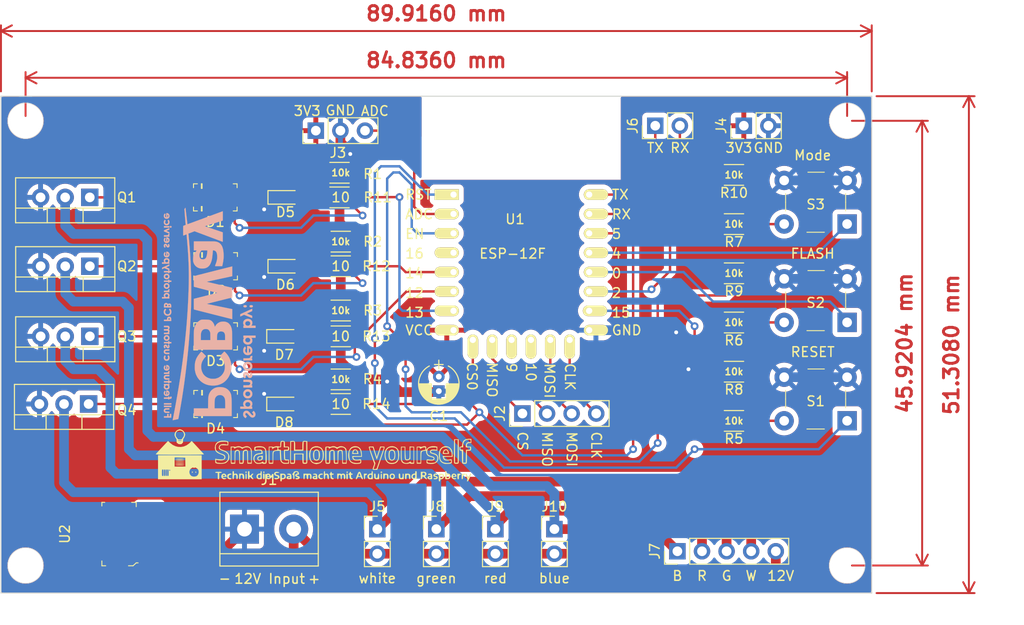
<source format=kicad_pcb>
(kicad_pcb (version 20240108) (generator "pcbnew") (generator_version "8.0")
  (title_block (title "12V Stripe Controller mini") (company "SmartHome yourself"))
  (layers (0 "F.Cu" signal) (31 "B.Cu" signal) (34 "B.Paste" user) (35 "F.Paste" user) (36 "B.SilkS" user "B.Silkscreen") (37 "F.SilkS" user "F.Silkscreen") (38 "B.Mask" user) (39 "F.Mask" user) (44 "Edge.Cuts" user))
  (net 0 "")
  (net 1 "Net-(D1-K)")
  (net 2 "RED")
  (net 3 "Net-(D2-K)")
  (net 4 "GREEN")
  (net 5 "BLUE")
  (net 6 "Net-(D3-K)")
  (net 7 "12V")
  (net 8 "Net-(D4-K)")
  (net 9 "GND")
  (net 10 "A0")
  (net 11 "WHITE")
  (net 12 "3V3")
  (net 13 "Net-(D5-A)")
  (net 14 "Net-(D6-A)")
  (net 15 "Net-(D7-A)")
  (net 16 "Net-(D8-A)")
  (net 20 "SCLK")
  (net 21 "MOSI")
  (net 22 "MISO")
  (net 23 "CS")
  (net 24 "RX")
  (net 25 "TX")
  (net 26 "Net-(R5-Pad1)")
  (net 27 "Net-(R6-Pad1)")
  (net 28 "Net-(R7-Pad1)")
  (net 29 "GPIO15")
  (net 30 "EN")
  (net 31 "GPIO2")
  (net 32 "RST")
  (net 33 "FLASH-BTN")
  (net 34 "MODE-BTN")
  (net 35 "WHITE_OUT")
  (net 36 "BLUE_OUT")
  (net 37 "RED_OUT")
  (net 38 "GREEN_OUT")
  (footprint "Source_Footprints:DO-214AC" (layer "F.Cu") (at 118.779666 91.472507)
    (property "Reference" "D1")
    (property "Value" "1N4007")
  )
  (footprint "Source_Footprints:DO-214AC" (layer "F.Cu") (at 118.811666 98.584507)
    (property "Reference" "D2")
    (property "Value" "1N4007")
  )
  (footprint "Source_Footprints:DO-214AC" (layer "F.Cu") (at 118.811666 105.823507)
    (property "Reference" "D3")
    (property "Value" "1N4007")
  )
  (footprint "Source_Footprints:DO-214AC" (layer "F.Cu") (at 118.811666 112.808507)
    (property "Reference" "D4")
    (property "Value" "1N4007")
  )
  (footprint "LEDs:LED_0805" (layer "F.Cu") (at 126.018666 91.472507)
    (property "Reference" "D5")
    (property "Value" "LED")
  )
  (footprint "LEDs:LED_0805" (layer "F.Cu") (at 126.018666 98.584507)
    (property "Reference" "D6")
    (property "Value" "LED")
  )
  (footprint "LEDs:LED_0805" (layer "F.Cu") (at 125.891666 105.823507)
    (property "Reference" "D7")
    (property "Value" "LED")
  )
  (footprint "LEDs:LED_0805" (layer "F.Cu") (at 125.891666 112.808507)
    (property "Reference" "D8")
    (property "Value" "LED")
  )
  (footprint "Connectors_Terminal_Blocks:TerminalBlock_bornier-2_P5.08mm" (layer "F.Cu") (at 121.793 125.73)
    (property "Reference" "J1")
    (property "Value" "12V Input")
  )
  (footprint "Pin_Headers:Pin_Header_Straight_1x04_Pitch2.54mm" (layer "F.Cu") (at 150.495 113.792 90)
    (property "Reference" "J2")
    (property "Value" "SPI")
  )
  (footprint "Pin_Headers:Pin_Header_Straight_1x03_Pitch2.54mm" (layer "F.Cu") (at 129.159 84.582 90)
    (property "Reference" "J3")
    (property "Value" "640456-3")
  )
  (footprint "TO_SOT_Packages_THT:TO-220-3_Vertical" (layer "F.Cu") (at 105.816998 91.472507 180)
    (property "Reference" "Q1")
    (property "Value" "IRLZ34N-Blue")
  )
  (footprint "TO_SOT_Packages_THT:TO-220-3_Vertical" (layer "F.Cu") (at 105.825666 98.584507 180)
    (property "Reference" "Q2")
    (property "Value" "IRLZ34N-Red")
  )
  (footprint "TO_SOT_Packages_THT:TO-220-3_Vertical" (layer "F.Cu") (at 105.825666 105.823507 180)
    (property "Reference" "Q3")
    (property "Value" "IRLZ34N-Green")
  )
  (footprint "TO_SOT_Packages_THT:TO-220-3_Vertical" (layer "F.Cu") (at 105.698666 112.808507 180)
    (property "Reference" "Q4")
    (property "Value" "IRLZ34N-White")
  )
  (footprint "Resistors_SMD:R_1206" (layer "F.Cu") (at 131.606666 88.932507)
    (property "Reference" "R1")
    (property "Value" "10k")
  )
  (footprint "Resistors_SMD:R_1206" (layer "F.Cu") (at 131.733666 96.044507)
    (property "Reference" "R2")
    (property "Value" "10k")
  )
  (footprint "Resistors_SMD:R_1206" (layer "F.Cu") (at 131.733666 103.156507)
    (property "Reference" "R3")
    (property "Value" "10k")
  )
  (footprint "Resistors_SMD:R_1206" (layer "F.Cu") (at 131.733666 110.268507)
    (property "Reference" "R4")
    (property "Value" "10k")
  )
  (footprint "Resistors_SMD:R_1206" (layer "F.Cu") (at 172.339 114.554 180)
    (property "Reference" "R5")
    (property "Value" "10K")
  )
  (footprint "Resistors_SMD:R_1206" (layer "F.Cu") (at 172.339 104.394 180)
    (property "Reference" "R6")
    (property "Value" "10K")
  )
  (footprint "Resistors_SMD:R_1206" (layer "F.Cu") (at 172.339 94.234 180)
    (property "Reference" "R7")
    (property "Value" "10K")
  )
  (footprint "Resistors_SMD:R_1206" (layer "F.Cu") (at 172.339 109.474 180)
    (property "Reference" "R8")
    (property "Value" "10K")
  )
  (footprint "Resistors_SMD:R_1206" (layer "F.Cu") (at 172.339 99.314 180)
    (property "Reference" "R9")
    (property "Value" "10K")
  )
  (footprint "Resistors_SMD:R_1206" (layer "F.Cu") (at 172.339 89.154 180)
    (property "Reference" "R10")
    (property "Value" "10K")
  )
  (footprint "Resistors_SMD:R_1206" (layer "F.Cu") (at 131.606666 91.472507)
    (property "Reference" "R11")
    (property "Value" "10")
  )
  (footprint "Resistors_SMD:R_1206" (layer "F.Cu") (at 131.733666 98.584507)
    (property "Reference" "R12")
    (property "Value" "10")
  )
  (footprint "Resistors_SMD:R_1206" (layer "F.Cu") (at 131.733666 105.823507)
    (property "Reference" "R13")
    (property "Value" "10")
  )
  (footprint "Resistors_SMD:R_1206" (layer "F.Cu") (at 131.733666 112.808507)
    (property "Reference" "R14")
    (property "Value" "10")
  )
  (footprint "digikey-footprints:Switch_Tactile_THT_B3F-1xxx" (layer "F.Cu") (at 184.023 114.554 180)
    (property "Reference" "S1")
    (property "Value" "B3F-1000")
  )
  (footprint "digikey-footprints:Switch_Tactile_THT_B3F-1xxx" (layer "F.Cu") (at 184.023 104.394 180)
    (property "Reference" "S2")
    (property "Value" "B3F-1000")
  )
  (footprint "digikey-footprints:Switch_Tactile_THT_B3F-1xxx" (layer "F.Cu") (at 184.023 94.234 180)
    (property "Reference" "S3")
    (property "Value" "B3F-1000")
  )
  (footprint "ESP8266:ESP-12E" (layer "F.Cu") (at 143.383 91.186)
    (property "Reference" "U1")
    (property "Value" "ESP-12F" (hide yes))
  )
  (footprint "Source_Footprints:SOT-223" (layer "F.Cu") (at 108.839 126.238 90)
    (property "Reference" "U2")
    (property "Value" "NCP1117 ST33T3G")
  )
  (footprint "Capacitors_THT:CP_Radial_D4.0mm_P1.50mm" (layer "F.Cu") (at 141.859 109.982 -90)
    (property "Reference" "C1")
    (property "Value" "100nF")
  )
  (footprint "Pin_Headers:Pin_Header_Straight_1x02_Pitch2.54mm" (layer "F.Cu") (at 135.509 125.73)
    (property "Reference" "J5")
    (property "Value" "white")
  )
  (footprint "Pin_Headers:Pin_Header_Straight_1x02_Pitch2.54mm" (layer "F.Cu") (at 141.605 125.73)
    (property "Reference" "J8")
    (property "Value" "green")
  )
  (footprint "Pin_Headers:Pin_Header_Straight_1x02_Pitch2.54mm" (layer "F.Cu") (at 147.701 125.73)
    (property "Reference" "J9")
    (property "Value" "red")
  )
  (footprint "Pin_Headers:Pin_Header_Straight_1x02_Pitch2.54mm" (layer "F.Cu") (at 153.797 125.73)
    (property "Reference" "J10")
    (property "Value" "blue")
  )
  (footprint "Pin_Headers:Pin_Header_Straight_1x02_Pitch2.54mm" (layer "F.Cu") (at 164.211 84.074 90)
    (property "Reference" "J6")
    (property "Value" "RX/TX")
  )
  (footprint "Pin_Headers:Pin_Header_Straight_1x05_Pitch2.54mm" (layer "F.Cu") (at 166.497 128.016 90)
    (property "Reference" "J7")
    (property "Value" "B5B-XH-A_LF__SN_")
  )
  (footprint "Pin_Headers:Pin_Header_Straight_1x02_Pitch2.54mm" (layer "F.Cu") (at 173.355 84.074 90)
    (property "Reference" "J4")
    (property "Value" "3V3 Out")
  )
  (footprint "SHYS_Logos:SHYS-Logo_small" (layer "F.Cu") (at 128.905 118.11)
    (property "Reference" "G***" (hide yes))
    (property "Value" "LOGO" (hide yes))
  )
  (footprint "SHYS_Logos:sponsoredByPcbWay_22x10" (layer "B.Cu") (at 118.11 103.505 90)
    (property "Reference" "G***" (hide yes))
    (property "Value" "LOGO" (hide yes))
  )
  (gr_circle (center 99.187 83.566) (end 100.203 85.09) (stroke (width 0.05)) (fill none) (layer "Edge.Cuts"))
  (gr_circle (center 99.187 129.48638) (end 100.203 131.01038) (stroke (width 0.05)) (fill none) (layer "Edge.Cuts"))
  (gr_circle (center 184.023 129.48638) (end 185.039 131.01038) (stroke (width 0.05)) (fill none) (layer "Edge.Cuts"))
  (gr_line (start 186.563 132.334) (end 96.647 132.334) (stroke (width 0.1)) (layer "Edge.Cuts"))
  (gr_circle (center 184.023 83.566) (end 185.039 85.09) (stroke (width 0.05)) (fill none) (layer "Edge.Cuts"))
  (gr_line (start 96.647 81.026) (end 186.563 81.026) (stroke (width 0.1)) (layer "Edge.Cuts"))
  (gr_line (start 186.563 81.026) (end 186.563 132.334) (stroke (width 0.1)) (layer "Edge.Cuts"))
  (gr_line (start 96.647 132.334) (end 96.647 81.026) (stroke (width 0.1)) (layer "Edge.Cuts"))
  (gr_text "10" (at 131.733666 112.808507 0) (layer "F.SilkS") (effects (font (size 1 1))))
  (gr_text "10" (at 131.733666 98.584507 0) (layer "F.SilkS") (effects (font (size 1 1))))
  (gr_text "10k" (at 131.733666 96.044507 0) (layer "F.SilkS") (effects (font (size 0.7 0.7))))
  (gr_text "10" (at 131.733666 91.472507 0) (layer "F.SilkS") (effects (font (size 1 1))))
  (gr_text "10k" (at 131.733666 88.932507 0) (layer "F.SilkS") (effects (font (size 0.7 0.7))))
  (gr_text "10k" (at 131.733666 103.156507 0) (layer "F.SilkS") (effects (font (size 0.7 0.7))))
  (gr_text "10k" (at 172.339 89.154 0) (layer "F.SilkS") (effects (font (size 0.7 0.7))))
  (gr_text "10k" (at 172.339 94.234 0) (layer "F.SilkS") (effects (font (size 0.7 0.7))))
  (gr_text "10k" (at 172.339 99.314 0) (layer "F.SilkS") (effects (font (size 0.7 0.7))))
  (gr_text "10k" (at 172.339 104.394 0) (layer "F.SilkS") (effects (font (size 0.7 0.7))))
  (gr_text "10k" (at 172.339 109.474 0) (layer "F.SilkS") (effects (font (size 0.7 0.7))))
  (gr_text "10k" (at 172.339 114.554 0) (layer "F.SilkS") (effects (font (size 0.7 0.7))))
  (gr_text "MISO" (at 153.035 115.57 270) (layer "F.SilkS") (effects (font (size 1 1)) (justify left)))
  (gr_text "MOSI" (at 155.575 115.57 270) (layer "F.SilkS") (effects (font (size 1 1)) (justify left)))
  (gr_text "CLK" (at 158.115 115.57 270) (layer "F.SilkS") (effects (font (size 1 1)) (justify left)))
  (gr_text "B" (at 166.497 130.556 0) (layer "F.SilkS") (effects (font (size 1 1))))
  (gr_text "G" (at 171.577 130.556 0) (layer "F.SilkS") (effects (font (size 1 1))))
  (gr_text "TX" (at 164.211 86.36 0) (layer "F.SilkS") (effects (font (size 1 1))))
  (gr_text "W" (at 174.117 130.556 0) (layer "F.SilkS") (effects (font (size 1 1))))
  (gr_text "12V" (at 177.165 130.556 0) (layer "F.SilkS") (effects (font (size 1 1))))
  (gr_text "GND" (at 175.895 86.36 0) (layer "F.SilkS") (effects (font (size 1 1))))
  (gr_text "R" (at 169.037 130.556 0) (layer "F.SilkS") (effects (font (size 1 1))))
  (gr_text "RX" (at 166.751 86.36 0) (layer "F.SilkS") (effects (font (size 1 1))))
  (gr_text "3V3" (at 172.847 86.36 0) (layer "F.SilkS") (effects (font (size 1 1))))
  (gr_text "white" (at 135.509 130.81 0) (layer "F.SilkS") (effects (font (size 1 1))))
  (gr_text "3V3" (at 128.27 82.55 0) (layer "F.SilkS") (effects (font (size 1 1))))
  (gr_text "red" (at 147.701 130.81 0) (layer "F.SilkS") (effects (font (size 1 1))))
  (gr_text "RESET" (at 180.467 107.442 0) (layer "F.SilkS") (effects (font (size 1 1))))
  (gr_text "blue" (at 153.797 130.81 0) (layer "F.SilkS") (effects (font (size 1 1))))
  (gr_text "GND" (at 131.699348 82.489291 0) (layer "F.SilkS") (effects (font (size 1 1))))
  (gr_text "FLASH" (at 180.467 97.282 0) (layer "F.SilkS") (effects (font (size 1 1))))
  (gr_text "green" (at 141.605 130.81 0) (layer "F.SilkS") (effects (font (size 1 1))))
  (gr_text "12V Input" (at 120.65 131.445 0) (layer "F.SilkS") (effects (font (size 1 1)) (justify left bottom)))
  (gr_text "-" (at 119.037379 131.405225 0) (layer "F.SilkS") (effects (font (size 1 1)) (justify left bottom)))
  (gr_text "ADC" (at 135.255 82.55 0) (layer "F.SilkS") (effects (font (size 1 1))))
  (gr_text "CS" (at 150.495 115.57 270) (layer "F.SilkS") (effects (font (size 1 1)) (justify left)))
  (gr_text "Mode" (at 180.467 87.122 0) (layer "F.SilkS") (effects (font (size 1 1))))
  (gr_text "10" (at 131.733666 105.823507 0) (layer "F.SilkS") (effects (font (size 1 1))))
  (gr_text "ESP-12F" (at 149.479 97.282 0) (layer "F.SilkS") (effects (font (size 1 1))))
  (gr_text "+" (at 128.27 131.445 0) (layer "F.SilkS") (effects (font (size 1 1)) (justify left bottom)))
  (gr_text "10k" (at 131.733666 110.268507 0) (layer "F.SilkS") (effects (font (size 0.7 0.7))))
  (dimension (type aligned) (layer "F.Cu") (pts (xy 99.187 83.566) (xy 184.023 83.566)) (height -4.445) (gr_text "84,8360 mm" (at 141.605 77.321 0) (layer "F.Cu") (effects (font (size 1.5 1.5) (thickness 0.3)))) (format (prefix "") (suffix "") (units 3) (units_format 1) (precision 4)) (style (thickness 0.2) (arrow_length 1.27) (text_position_mode 0) (extension_height 0.58642) (extension_offset 0.5) keep_text_aligned))
  (dimension (type aligned) (layer "F.Cu") (pts (xy 184.023 129.48638) (xy 184.023 83.566)) (height 7.747) (gr_text "45,9204 mm" (at 189.97 106.52619 90) (layer "F.Cu") (effects (font (size 1.5 1.5) (thickness 0.3)))) (format (prefix "") (suffix "") (units 3) (units_format 1) (precision 4)) (style (thickness 0.2) (arrow_length 1.27) (text_position_mode 0) (extension_height 0.58642) (extension_offset 0.5) keep_text_aligned))
  (dimension (type aligned) (layer "F.Cu") (pts (xy 96.647 81.026) (xy 186.563 81.026)) (height -6.731) (gr_text "89,9160 mm" (at 141.605 72.495 0) (layer "F.Cu") (effects (font (size 1.5 1.5) (thickness 0.3)))) (format (prefix "") (suffix "") (units 3) (units_format 1) (precision 4)) (style (thickness 0.2) (arrow_length 1.27) (text_position_mode 0) (extension_height 0.58642) (extension_offset 0.5) keep_text_aligned))
  (dimension (type aligned) (layer "F.Cu") (pts (xy 186.563 81.026) (xy 186.563 132.334)) (height -10.033) (gr_text "51,3080 mm" (at 194.796 106.68 90) (layer "F.Cu") (effects (font (size 1.5 1.5) (thickness 0.3)))) (format (prefix "") (suffix "") (units 3) (units_format 1) (precision 4)) (style (thickness 0.2) (arrow_length 1.27) (text_position_mode 0) (extension_height 0.58642) (extension_offset 0.5) keep_text_aligned))
  (segment (start 116.779666 90.372507) (end 116.779666 91.472507) (width 0.25) (layer "F.Cu") (net 1))
  (segment (start 105.816998 91.472507) (end 106.966998 91.472507) (width 0.25) (layer "F.Cu") (net 1))
  (segment (start 106.966998 91.472507) (end 116.779666 91.472507) (width 0.25) (layer "F.Cu") (net 1))
  (segment (start 118.219666 88.932507) (end 116.779666 90.372507) (width 0.25) (layer "F.Cu") (net 1))
  (segment (start 130.156666 88.932507) (end 118.219666 88.932507) (width 0.25) (layer "F.Cu") (net 1))
  (segment (start 137.827507 98.584507) (end 133.183666 98.584507) (width 0.25) (layer "F.Cu") (net 2))
  (segment (start 133.183666 98.584507) (end 133.183666 99.528666) (width 0.25) (layer "F.Cu") (net 2))
  (segment (start 143.383 99.186) (end 138.429 99.186) (width 0.25) (layer "F.Cu") (net 2))
  (segment (start 120.811666 98.584507) (end 120.811666 101.126666) (width 0.25) (layer "F.Cu") (net 2))
  (segment (start 138.429 99.186) (end 137.827507 98.584507) (width 0.25) (layer "F.Cu") (net 2))
  (segment (start 120.811666 101.126666) (end 121.285 101.6) (width 0.25) (layer "F.Cu") (net 2))
  (segment (start 133.183666 99.528666) (end 133.985 100.33) (width 0.25) (layer "F.Cu") (net 2))
  (via (at 133.985 100.33) (size 0.8) (drill 0.4) (layers "F.Cu" "B.Cu") (net 2))
  (via (at 121.285 101.6) (size 0.8) (drill 0.4) (layers "F.Cu" "B.Cu") (net 2))
  (segment (start 127.635 101.6) (end 128.905 100.33) (width 0.25) (layer "B.Cu") (net 2))
  (segment (start 121.285 101.6) (end 127.635 101.6) (width 0.25) (layer "B.Cu") (net 2))
  (segment (start 128.905 100.33) (end 133.985 100.33) (width 0.25) (layer "B.Cu") (net 2))
  (segment (start 129.583666 96.044507) (end 130.283666 96.044507) (width 0.25) (layer "F.Cu") (net 3))
  (segment (start 106.975666 98.584507) (end 116.811666 98.584507) (width 0.25) (layer "F.Cu") (net 3))
  (segment (start 116.811666 98.584507) (end 116.811666 97.484507) (width 0.25) (layer "F.Cu") (net 3))
  (segment (start 118.251666 96.044507) (end 129.583666 96.044507) (width 0.25) (layer "F.Cu") (net 3))
  (segment (start 116.811666 97.484507) (end 118.251666 96.044507) (width 0.25) (layer "F.Cu") (net 3))
  (segment (start 105.825666 98.584507) (end 106.975666 98.584507) (width 0.25) (layer "F.Cu") (net 3))
  (segment (start 133.183666 105.823507) (end 133.183666 107.783666) (width 0.25) (layer "F.Cu") (net 4))
  (segment (start 133.883666 105.823507) (end 138.521173 101.186) (width 0.25) (layer "F.Cu") (net 4))
  (segment (start 133.183666 105.823507) (end 133.883666 105.823507) (width 0.25) (layer "F.Cu") (net 4))
  (segment (start 138.521173 101.186) (end 143.383 101.186) (width 0.25) (layer "F.Cu") (net 4))
  (segment (start 120.811666 108.746666) (end 121.285 109.22) (width 0.25) (layer "F.Cu") (net 4))
  (segment (start 133.183666 107.783666) (end 133.35 107.95) (width 0.25) (layer "F.Cu") (net 4))
  (segment (start 120.811666 105.823507) (end 120.811666 108.746666) (width 0.25) (layer "F.Cu") (net 4))
  (via (at 121.285 109.22) (size 0.8) (drill 0.4) (layers "F.Cu" "B.Cu") (net 4))
  (via (at 133.35 107.95) (size 0.8) (drill 0.4) (layers "F.Cu" "B.Cu") (net 4))
  (segment (start 127.635 109.22) (end 128.905 107.95) (width 0.25) (layer "B.Cu") (net 4))
  (segment (start 128.905 107.95) (end 133.35 107.95) (width 0.25) (layer "B.Cu") (net 4))
  (segment (start 121.285 109.22) (end 127.635 109.22) (width 0.25) (layer "B.Cu") (net 4))
  (segment (start 120.779666 91.472507) (end 120.779666 94.109666) (width 0.25) (layer "F.Cu") (net 5))
  (segment (start 133.056666 91.472507) (end 137.795 91.44) (width 0.25) (layer "F.Cu") (net 5))
  (segment (start 137.795 91.44) (end 137.762493 91.472507) (width 0.25) (layer "F.Cu") (net 5))
  (segment (start 133.056666 91.472507) (end 133.056666 92.416666) (width 0.25) (layer "F.Cu") (net 5))
  (segment (start 120.779666 94.109666) (end 121.285 94.615) (width 0.25) (layer "F.Cu") (net 5))
  (segment (start 133.056666 92.416666) (end 133.985 93.345) (width 0.25) (layer "F.Cu") (net 5))
  (via (at 133.985 93.345) (size 0.8) (drill 0.4) (layers "F.Cu" "B.Cu") (net 5))
  (via (at 137.795 91.44) (size 0.8) (drill 0.4) (layers "F.Cu" "B.Cu") (net 5))
  (via (at 121.285 94.615) (size 0.8) (drill 0.4) (layers "F.Cu" "B.Cu") (net 5))
  (segment (start 128.905 93.345) (end 133.985 93.345) (width 0.25) (layer "B.Cu") (net 5))
  (segment (start 137.795 102.87) (end 137.795 91.44) (width 0.25) (layer "B.Cu") (net 5))
  (segment (start 138.111 103.186) (end 137.795 102.87) (width 0.25) (layer "B.Cu") (net 5))
  (segment (start 143.383 103.186) (end 138.111 103.186) (width 0.25) (layer "B.Cu") (net 5))
  (segment (start 127.635 94.615) (end 128.905 93.345) (width 0.25) (layer "B.Cu") (net 5))
  (segment (start 121.285 94.615) (end 127.635 94.615) (width 0.25) (layer "B.Cu") (net 5))
  (segment (start 116.811666 104.723507) (end 118.378666 103.156507) (width 0.25) (layer "F.Cu") (net 6))
  (segment (start 105.825666 105.823507) (end 106.975666 105.823507) (width 0.25) (layer "F.Cu") (net 6))
  (segment (start 118.378666 103.156507) (end 129.583666 103.156507) (width 0.25) (layer "F.Cu") (net 6))
  (segment (start 106.975666 105.823507) (end 116.811666 105.823507) (width 0.25) (layer "F.Cu") (net 6))
  (segment (start 116.811666 105.823507) (end 116.811666 104.723507) (width 0.25) (layer "F.Cu") (net 6))
  (segment (start 129.583666 103.156507) (end 130.283666 103.156507) (width 0.25) (layer "F.Cu") (net 6))
  (segment (start 147.701 128.27) (end 153.797 128.27) (width 1) (layer "F.Cu") (net 7))
  (segment (start 126.873 130.302) (end 126.365 130.81) (width 1) (layer "F.Cu") (net 7))
  (segment (start 176.657 130.048) (end 176.657 128.016) (width 1) (layer "F.Cu") (net 7))
  (segment (start 109.855 130.81) (end 108.585 129.54) (width 1) (layer "F.Cu") (net 7))
  (segment (start 157.48 128.27) (end 160.02 130.81) (width 1) (layer "F.Cu") (net 7))
  (segment (start 175.895 130.81) (end 176.657 130.048) (width 1) (layer "F.Cu") (net 7))
  (segment (start 109.107 123.938) (end 111.989 123.938) (width 1) (layer "F.Cu") (net 7))
  (segment (start 160.02 130.81) (end 175.895 130.81) (width 1) (layer "F.Cu") (net 7))
  (segment (start 126.873 125.73) (end 126.873 130.302) (width 1) (layer "F.Cu") (net 7))
  (segment (start 126.873 125.73) (end 129.413 128.27) (width 1) (layer "F.Cu") (net 7))
  (segment (start 153.797 128.27) (end 157.48 128.27) (width 1) (layer "F.Cu") (net 7))
  (segment (start 108.585 129.54) (end 108.585 124.46) (width 1) (layer "F.Cu") (net 7))
  (segment (start 108.585 124.46) (end 109.107 123.938) (width 1) (layer "F.Cu") (net 7))
  (segment (start 135.509 128.27) (end 141.605 128.27) (width 1) (layer "F.Cu") (net 7))
  (segment (start 126.365 130.81) (end 109.855 130.81) (width 1) (layer "F.Cu") (net 7))
  (segment (start 141.605 128.27) (end 147.701 128.27) (width 1) (layer "F.Cu") (net 7))
  (segment (start 129.413 128.27) (end 135.509 128.27) (width 1) (layer "F.Cu") (net 7))
  (segment (start 105.698666 112.808507) (end 116.811666 112.808507) (width 0.25) (layer "F.Cu") (net 8))
  (segment (start 116.811666 111.708507) (end 116.811666 112.808507) (width 0.25) (layer "F.Cu") (net 8))
  (segment (start 130.283666 110.268507) (end 118.251666 110.268507) (width 0.25) (layer "F.Cu") (net 8))
  (segment (start 118.251666 110.268507) (end 116.811666 111.708507) (width 0.25) (layer "F.Cu") (net 8))
  (segment (start 124.918666 98.601334) (end 123.825 99.695) (width 1) (layer "F.Cu") (net 9))
  (segment (start 132.909919 86.995) (end 132.969 87.054081) (width 1) (layer "F.Cu") (net 9))
  (segment (start 133.056666 88.932507) (end 132.174493 88.932507) (width 1) (layer "F.Cu") (net 9))
  (segment (start 131.699 84.582) (end 131.699 85.784081) (width 1) (layer "F.Cu") (net 9))
  (segment (start 124.791666 106.348334) (end 123.825 107.315) (width 1) (layer "F.Cu") (net 9))
  (segment (start 124.791666 105.823507) (end 124.791666 106.348334) (width 1) (layer "F.Cu") (net 9))
  (segment (start 133.183666 95.644507) (end 133.183666 96.044507) (width 1) (layer "F.Cu") (net 9))
  (segment (start 131.733666 96.739334) (end 131.733666 102.139509) (width 1) (layer "F.Cu") (net 9))
  (segment (start 133.183666 96.044507) (end 132.428493 96.044507) (width 1) (layer "F.Cu") (net 9))
  (segment (start 124.791666 112.808507) (end 124.791666 112.726666) (width 1) (layer "F.Cu") (net 9))
  (segment (start 133.183666 109.868507) (end 133.183666 110.268507) (width 1) (layer "F.Cu") (net 9))
  (segment (start 118.985 128.538) (end 121.793 125.73) (width 1) (layer "F.Cu") (net 9))
  (segment (start 124.918666 98.584507) (end 124.918666 98.601334) (width 1) (layer "F.Cu") (net 9))
  (segment (start 131.606666 89.500334) (end 131.606666 94.067507) (width 1) (layer "F.Cu") (net 9))
  (segment (start 167.64 109.22) (end 170.635 109.22) (width 1) (layer "F.Cu") (net 9))
  (segment (start 124.918666 91.616334) (end 123.825 92.71) (width 1) (layer "F.Cu") (net 9))
  (segment (start 133.183666 103.156507) (end 132.750664 103.156507) (width 1) (layer "F.Cu") (net 9))
  (segment (start 133.056666 87.082507) (end 133.056666 88.932507) (width 1) (layer "F.Cu") (net 9))
  (segment (start 133.02824 87.054081) (end 133.056666 87.082507) (width 1) (layer "F.Cu") (net 9))
  (segment (start 132.715 86.800081) (end 132.715 86.995) (width 1) (layer "F.Cu") (net 9))
  (segment (start 131.733666 104.173506) (end 131.733666 108.418507) (width 1) (layer "F.Cu") (net 9))
  (segment (start 111.989 128.538) (end 118.985 128.538) (width 1) (layer "F.Cu") (net 9))
  (segment (start 131.606666 94.067507) (end 133.183666 95.644507) (width 1) (layer "F.Cu") (net 9))
  (segment (start 131.699 85.784081) (end 132.715 86.800081) (width 1) (layer "F.Cu") (net 9))
  (segment (start 132.428493 96.044507) (end 131.733666 96.739334) (width 1) (layer "F.Cu") (net 9))
  (segment (start 132.750664 103.156507) (end 131.733666 104.173506) (width 1) (layer "F.Cu") (net 9))
  (segment (start 132.969 87.054081) (end 133.02824 87.054081) (width 1) (layer "F.Cu") (net 9))
  (segment (start 133.183666 110.268507) (end 136.557507 110.268507) (width 1) (layer "F.Cu") (net 9))
  (segment (start 132.715 86.995) (end 132.909919 86.995) (width 1) (layer "F.Cu") (net 9))
  (segment (start 124.918666 91.472507) (end 124.918666 91.616334) (width 1) (layer "F.Cu") (net 9))
  (segment (start 136.525 110.49) (end 136.779 110.49) (width 1) (layer "F.Cu") (net 9))
  (segment (start 132.174493 88.932507) (end 131.606666 89.500334) (width 1) (layer "F.Cu") (net 9))
  (segment (start 136.525 110.236) (end 136.525 110.49) (width 1) (layer "F.Cu") (net 9))
  (segment (start 137.871001 111.582001) (end 141.859 111.582001) (width 1) (layer "F.Cu") (net 9))
  (segment (start 136.557507 110.268507) (end 136.525 110.236) (width 1) (layer "F.Cu") (net 9))
  (segment (start 136.779 110.49) (end 137.871001 111.582001) (width 1) (layer "F.Cu") (net 9))
  (segment (start 131.733666 108.418507) (end 133.183666 109.868507) (width 1) (layer "F.Cu") (net 9))
  (segment (start 170.635 109.22) (end 170.889 109.474) (width 1) (layer "F.Cu") (net 9))
  (segment (start 131.733666 102.139509) (end 132.750664 103.156507) (width 1) (layer "F.Cu") (net 9))
  (segment (start 124.791666 112.726666) (end 123.825 111.76) (width 1) (layer "F.Cu") (net 9))
  (via (at 123.825 99.695) (size 0.8) (drill 0.4) (layers "F.Cu" "B.Cu") (net 9))
  (via (at 123.825 92.71) (size 0.8) (drill 0.4) (layers "F.Cu" "B.Cu") (net 9))
  (via (at 167.64 109.22) (size 0.8) (drill 0.4) (layers "F.Cu" "B.Cu") (net 9))
  (via (at 136.525 110.49) (size 0.8) (drill 0.4) (layers "F.Cu" "B.Cu") (net 9))
  (via (at 166.37 105.41) (size 0.8) (drill 0.4) (layers "F.Cu" "B.Cu") (net 9))
  (via (at 123.825 107.315) (size 0.8) (drill 0.4) (layers "F.Cu" "B.Cu") (net 9))
  (via (at 132.715 86.995) (size 0.8) (drill 0.4) (layers "F.Cu" "B.Cu") (net 9))
  (via (at 123.825 111.76) (size 0.8) (drill 0.4) (layers "F.Cu" "B.Cu") (net 9))
  (segment (start 177.5218 99.8834) (end 184.0218 99.8834) (width 1) (layer "B.Cu") (net 9))
  (segment (start 166.146 105.186) (end 166.37 105.41) (width 1) (layer "B.Cu") (net 9))
  (segment (start 177.5218 89.7234) (end 184.0218 89.7234) (width 1) (layer "B.Cu") (net 9))
  (segment (start 184.0218 110.0434) (end 177.5218 110.0434) (width 1) (layer "B.Cu") (net 9))
  (segment (start 167.005 108.585) (end 167.64 109.22) (width 1) (layer "B.Cu") (net 9))
  (segment (start 157.383 105.186) (end 166.146 105.186) (width 1) (layer "B.Cu") (net 9))
  (segment (start 167.005 106.045) (end 167.005 108.585) (width 1) (layer "B.Cu") (net 9))
  (segment (start 166.37 105.41) (end 167.005 106.045) (width 1) (layer "B.Cu") (net 9))
  (segment (start 139.319 85.598) (end 138.303 84.582) (width 0.25) (layer "F.Cu") (net 10))
  (segment (start 138.303 84.582) (end 134.239 84.582) (width 0.25) (layer "F.Cu") (net 10))
  (segment (start 143.383 93.186) (end 140.049 93.186) (width 0.25) (layer "F.Cu") (net 10))
  (segment (start 139.319 92.456) (end 139.319 85.598) (width 0.25) (layer "F.Cu") (net 10))
  (segment (start 140.049 93.186) (end 139.319 92.456) (width 0.25) (layer "F.Cu") (net 10))
  (segment (start 120.811666 114.461666) (end 121.285 114.935) (width 0.25) (layer "F.Cu") (net 11))
  (segment (start 120.811666 112.808507) (end 120.811666 114.461666) (width 0.25) (layer "F.Cu") (net 11))
  (segment (start 145.193507 112.808507) (end 146.05 113.665) (width 0.25) (layer "F.Cu") (net 11))
  (segment (start 161.925 95.885) (end 161.925 117.475) (width 0.25) (layer "F.Cu") (net 11))
  (segment (start 157.383 95.186) (end 161.226 95.186) (width 0.25) (layer "F.Cu") (net 11))
  (segment (start 161.226 95.186) (end 161.925 95.885) (width 0.25) (layer "F.Cu") (net 11))
  (segment (start 121.285 114.935) (end 144.78 114.935) (width 0.25) (layer "F.Cu") (net 11))
  (segment (start 144.78 114.935) (end 146.05 113.665) (width 0.25) (layer "F.Cu") (net 11))
  (segment (start 133.183666 112.808507) (end 145.193507 112.808507) (width 0.25) (layer "F.Cu") (net 11))
  (via (at 146.05 113.665) (size 0.8) (drill 0.4) (layers "F.Cu" "B.Cu") (net 11))
  (via (at 161.925 117.475) (size 0.8) (drill 0.4) (layers "F.Cu" "B.Cu") (net 11))
  (segment (start 150.495 118.11) (end 161.29 118.11) (width 0.25) (layer "B.Cu") (net 11))
  (segment (start 161.29 118.11) (end 161.925 117.475) (width 0.25) (layer "B.Cu") (net 11))
  (segment (start 146.05 113.665) (end 150.495 118.11) (width 0.25) (layer "B.Cu") (net 11))
  (segment (start 127.968666 91.472507) (end 130.156666 91.472507) (width 0.25) (layer "F.Cu") (net 13))
  (segment (start 127.118666 91.472507) (end 127.968666 91.472507) (width 0.25) (layer "F.Cu") (net 13))
  (segment (start 127.118666 98.584507) (end 130.283666 98.584507) (width 0.25) (layer "F.Cu") (net 14))
  (segment (start 130.283666 105.823507) (end 126.991666 105.823507) (width 0.25) (layer "F.Cu") (net 15))
  (segment (start 126.991666 112.808507) (end 130.283666 112.808507) (width 0.25) (layer "F.Cu") (net 16))
  (segment (start 155.373 106.186) (end 155.373 111.05) (width 0.25) (layer "F.Cu") (net 20))
  (segment (start 155.373 111.05) (end 158.115 113.792) (width 0.25) (layer "F.Cu") (net 20))
  (segment (start 153.373 106.186) (end 153.373 111.59) (width 0.25) (layer "F.Cu") (net 21))
  (segment (start 153.373 111.59) (end 155.575 113.792) (width 0.25) (layer "F.Cu") (net 21))
  (segment (start 147.373 108.13) (end 153.035 113.792) (width 0.25) (layer "F.Cu") (net 22))
  (segment (start 147.373 106.186) (end 147.373 108.13) (width 0.25) (layer "F.Cu") (net 22))
  (segment (start 145.373 106.186) (end 145.373 108.67) (width 0.25) (layer "F.Cu") (net 23))
  (segment (start 145.373 108.67) (end 150.495 113.792) (width 0.25) (layer "F.Cu") (net 23))
  (segment (start 166.751 91.44) (end 166.751 84.074) (width 0.25) (layer "F.Cu") (net 24))
  (segment (start 165.005 93.186) (end 166.751 91.44) (width 0.25) (layer "F.Cu") (net 24))
  (segment (start 157.383 93.186) (end 165.005 93.186) (width 0.25) (layer "F.Cu") (net 24))
  (segment (start 157.383 91.186) (end 161.925 91.186) (width 0.25) (layer "F.Cu") (net 25))
  (segment (start 164.211 88.9) (end 164.211 84.074) (width 0.25) (layer "F.Cu") (net 25))
  (segment (start 161.925 91.186) (end 164.211 88.9) (width 0.25) (layer "F.Cu") (net 25))
  (segment (start 173.7996 114.5434) (end 173.789 114.554) (width 0.25) (layer "F.Cu") (net 26))
  (segment (start 177.5218 114.5434) (end 173.7996 114.5434) (width 0.25) (layer "F.Cu") (net 26))
  (segment (start 177.5218 104.3834) (end 173.7996 104.3834) (width 0.25) (layer "F.Cu") (net 27))
  (segment (start 173.7996 104.3834) (end 173.789 104.394) (width 0.25) (layer "F.Cu") (net 27))
  (segment (start 173.789 94.234) (end 177.5112 94.234) (width 0.25) (layer "F.Cu") (net 28))
  (segment (start 177.5112 94.234) (end 177.5218 94.2234) (width 0.25) (layer "F.Cu") (net 28))
  (segment (start 168.91 107.95) (end 173.355 107.95) (width 0.25) (layer "F.Cu") (net 29))
  (segment (start 168.275 104.775) (end 168.275 107.315) (width 0.25) (layer "F.Cu") (net 29))
  (segment (start 168.275 107.315) (end 168.91 107.95) (width 0.25) (layer "F.Cu") (net 29))
  (segment (start 173.789 108.384) (end 173.789 109.474) (width 0.25) (layer "F.Cu") (net 29))
  (segment (start 173.355 107.95) (end 173.789 108.384) (width 0.25) (layer "F.Cu") (net 29))
  (via (at 168.275 104.775) (size 0.8) (drill 0.4) (layers "F.Cu" "B.Cu") (net 29))
  (segment (start 166.686 103.186) (end 168.275 104.775) (width 0.25) (layer "B.Cu") (net 29))
  (segment (start 157.383 103.186) (end 166.686 103.186) (width 0.25) (layer "B.Cu") (net 29))
  (segment (start 138.43 106.68) (end 138.43 109.22) (width 0.25) (layer "F.Cu") (net 30))
  (segment (start 171.503 101.6) (end 173.789 99.314) (width 0.25) (layer "F.Cu") (net 30))
  (segment (start 164.465 102.235) (end 165.1 101.6) (width 0.25) (layer "F.Cu") (net 30))
  (segment (start 136.525 104.775) (end 138.43 106.68) (width 0.25) (layer "F.Cu") (net 30))
  (segment (start 165.1 101.6) (end 171.503 101.6) (width 0.25) (layer "F.Cu") (net 30))
  (segment (start 164.465 116.84) (end 164.465 102.235) (width 0.25) (layer "F.Cu") (net 30))
  (via (at 164.465 116.84) (size 0.8) (drill 0.4) (layers "F.Cu" "B.Cu") (net 30))
  (via (at 136.525 104.775) (size 0.8) (drill 0.4) (layers "F.Cu" "B.Cu") (net 30))
  (via (at 138.43 109.22) (size 0.8) (drill 0.4) (layers "F.Cu" "B.Cu") (net 30))
  (segment (start 149.225 118.745) (end 162.56 118.745) (width 0.25) (layer "B.Cu") (net 30))
  (segment (start 139.636 95.186) (end 139.065 94.615) (width 0.25) (layer "B.Cu") (net 30))
  (segment (start 139.064302 113.664302) (end 138.43 113.03) (width 0.25) (layer "B.Cu") (net 30))
  (segment (start 137.795 88.901396) (end 137.794302 88.900698) (width 0.25) (layer "B.Cu") (net 30))
  (segment (start 136.525 89.535) (end 136.525 104.14) (width 0.25) (layer "B.Cu") (net 30))
  (segment (start 144.144302 113.664302) (end 144.78 114.3) (width 0.25) (layer "B.Cu") (net 30))
  (segment (start 137.793604 88.9) (end 137.16 88.9) (width 0.25) (layer "B.Cu") (net 30))
  (segment (start 144.78 114.3) (end 149.225 118.745) (width 0.25) (layer "B.Cu") (net 30))
  (segment (start 137.16 88.9) (end 136.525 89.535) (width 0.25) (layer "B.Cu") (net 30))
  (segment (start 143.383 95.186) (end 139.636 95.186) (width 0.25) (layer "B.Cu") (net 30))
  (segment (start 162.56 118.745) (end 164.465 116.84) (width 0.25) (layer "B.Cu") (net 30))
  (segment (start 137.794302 88.900698) (end 137.793604 88.9) (width 0.25) (layer "B.Cu") (net 30))
  (segment (start 139.065 90.171396) (end 138.429302 89.535698) (width 0.25) (layer "B.Cu") (net 30))
  (segment (start 138.43 113.03) (end 138.43 109.22) (width 0.25) (layer "B.Cu") (net 30))
  (segment (start 139.065 94.615) (end 139.065 90.171396) (width 0.25) (layer "B.Cu") (net 30))
  (segment (start 144.144302 113.664302) (end 139.064302 113.664302) (width 0.25) (layer "B.Cu") (net 30))
  (segment (start 136.525 104.14) (end 136.525 104.775) (width 0.25) (layer "B.Cu") (net 30))
  (segment (start 138.429302 89.535698) (end 137.795 88.901396) (width 0.25) (layer "B.Cu") (net 30))
  (segment (start 165.735 95.25) (end 169.545 91.44) (width 0.25) (layer "F.Cu") (net 31))
  (segment (start 163.83 100.965) (end 165.735 99.06) (width 0.25) (layer "F.Cu") (net 31))
  (segment (start 169.545 91.44) (end 172.72 91.44) (width 0.25) (layer "F.Cu") (net 31))
  (segment (start 165.735 99.06) (end 165.735 95.25) (width 0.25) (layer "F.Cu") (net 31))
  (segment (start 172.72 91.44) (end 173.789 90.371) (width 0.25) (layer "F.Cu") (net 31))
  (segment (start 173.789 90.371) (end 173.789 89.154) (width 0.25) (layer "F.Cu") (net 31))
  (via (at 163.83 100.965) (size 0.8) (drill 0.4) (layers "F.Cu" "B.Cu") (net 31))
  (segment (start 157.383 101.186) (end 163.609 101.186) (width 0.25) (layer "B.Cu") (net 31))
  (segment (start 163.609 101.186) (end 163.83 100.965) (width 0.25) (layer "B.Cu") (net 31))
  (segment (start 135.255 106.045) (end 135.255 108.585) (width 0.25) (layer "F.Cu") (net 32))
  (via (at 135.255 108.585) (size 0.8) (drill 0.4) (layers "F.Cu" "B.Cu") (net 32))
  (via (at 168.275 117.475) (size 0.8) (drill 0.4) (layers "F.Cu" "B.Cu") (net 32))
  (via (at 135.255 106.045) (size 0.8) (drill 0.4) (layers "F.Cu" "B.Cu") (net 32))
  (segment (start 135.89 88.265) (end 135.255 88.9) (width 0.25) (layer "B.Cu") (net 32))
  (segment (start 181.0902 117.475) (end 184.0218 114.5434) (width 0.25) (layer "B.Cu") (net 32))
  (segment (start 135.255 113.03) (end 136.525 114.3) (width 0.25) (layer "B.Cu") (net 32))
  (segment (start 140.716 91.186) (end 137.795 88.265) (width 0.25) (layer "B.Cu") (net 32))
  (segment (start 143.51 114.3) (end 148.59 119.38) (width 0.25) (layer "B.Cu") (net 32))
  (segment (start 135.255 88.9) (end 135.255 105.41) (width 0.25) (layer "B.Cu") (net 32))
  (segment (start 135.255 113.03) (end 135.255 108.585) (width 0.25) (layer "B.Cu") (net 32))
  (segment (start 137.795 88.265) (end 135.89 88.265) (width 0.25) (layer "B.Cu") (net 32))
  (segment (start 143.383 91.186) (end 140.716 91.186) (width 0.25) (layer "B.Cu") (net 32))
  (segment (start 136.525 114.3) (end 143.51 114.3) (width 0.25) (layer "B.Cu") (net 32))
  (segment (start 168.275 117.475) (end 181.0902 117.475) (width 0.25) (layer "B.Cu") (net 32))
  (segment (start 148.59 119.38) (end 166.37 119.38) (width 0.25) (layer "B.Cu") (net 32))
  (segment (start 135.255 105.41) (end 135.255 106.045) (width 0.25) (layer "B.Cu") (net 32))
  (segment (start 166.37 119.38) (end 168.275 117.475) (width 0.25) (layer "B.Cu") (net 32))
  (segment (start 157.383 99.186) (end 167.131 99.186) (width 0.25) (layer "B.Cu") (net 33))
  (segment (start 170.18 102.235) (end 182.245 102.235) (width 0.25) (layer "B.Cu") (net 33))
  (segment (start 184.0218 104.0118) (end 184.0218 104.3834) (width 0.25) (layer "B.Cu") (net 33))
  (segment (start 182.245 102.235) (end 184.0218 104.0118) (width 0.25) (layer "B.Cu") (net 33))
  (segment (start 167.131 99.186) (end 170.18 102.235) (width 0.25) (layer "B.Cu") (net 33))
  (segment (start 157.383 97.186) (end 181.0592 97.186) (width 0.25) (layer "B.Cu") (net 34))
  (segment (start 181.0592 97.186) (end 184.0218 94.2234) (width 0.25) (layer "B.Cu") (net 34))
  (segment (start 140.414 120.825) (end 168.66632 120.825) (width 1) (layer "F.Cu") (net 35))
  (segment (start 135.509 125.73) (end 140.414 120.825) (width 1) (layer "F.Cu") (net 35))
  (segment (start 174.117 126.27568) (end 174.117 128.016) (width 1) (layer "F.Cu") (net 35))
  (segment (start 168.66632 120.825) (end 174.117 126.27568) (width 1) (layer "F.Cu") (net 35))
  (segment (start 103.158666 112.808507) (end 103.158666 120.938666) (width 1) (layer "B.Cu") (net 35))
  (segment (start 103.158666 120.938666) (end 104.14 121.92) (width 1) (layer "B.Cu") (net 35))
  (segment (start 134.62 121.92) (end 135.509 122.809) (width 1) (layer "B.Cu") (net 35))
  (segment (start 104.14 121.92) (end 134.62 121.92) (width 1) (layer "B.Cu") (net 35))
  (segment (start 135.509 122.809) (end 135.509 125.73) (width 1) (layer "B.Cu") (net 35))
  (segment (start 153.797 125.73) (end 164.211 125.73) (width 1) (layer "F.Cu") (net 36))
  (segment (start 164.211 125.73) (end 166.497 128.016) (width 1) (layer "F.Cu") (net 36))
  (segment (start 147.32 121.285) (end 153.035 121.285) (width 1) (layer "B.Cu") (net 36))
  (segment (start 153.797 122.047) (end 153.797 125.73) (width 1) (layer "B.Cu") (net 36))
  (segment (start 153.035 121.285) (end 153.797 122.047) (width 1) (layer "B.Cu") (net 36))
  (segment (start 103.276998 91.472507) (end 103.276998 94.386998) (width 1) (layer "B.Cu") (net 36))
  (segment (start 104.14 95.25) (end 111.125 95.25) (width 1) (layer "B.Cu") (net 36))
  (segment (start 142.24 116.205) (end 147.32 121.285) (width 1) (layer "B.Cu") (net 36))
  (segment (start 103.276998 94.386998) (end 104.14 95.25) (width 1) (layer "B.Cu") (net 36))
  (segment (start 112.395 116.205) (end 142.24 116.205) (width 1) (layer "B.Cu") (net 36))
  (segment (start 111.76 115.57) (end 112.395 116.205) (width 1) (layer "B.Cu") (net 36))
  (segment (start 111.125 95.25) (end 111.76 95.885) (width 1) (layer "B.Cu") (net 36))
  (segment (start 111.76 95.885) (end 111.76 115.57) (width 1) (layer "B.Cu") (net 36))
  (segment (start 147.701 125.73) (end 147.701 125.349) (width 1) (layer "F.Cu") (net 37))
  (segment (start 169.037 125.857) (end 169.037 128.016) (width 1) (layer "F.Cu") (net 37))
  (segment (start 167.005 123.825) (end 169.037 125.857) (width 1) (layer "F.Cu") (net 37))
  (segment (start 147.701 125.349) (end 149.225 123.825) (width 1) (layer "F.Cu") (net 37))
  (segment (start 149.225 123.825) (end 167.005 123.825) (width 1) (layer "F.Cu") (net 37))
  (segment (start 109.22 102.235) (end 109.855 102.87) (width 1) (layer "B.Cu") (net 37))
  (segment (start 141.605 118.11) (end 147.701 124.206) (width 1) (layer "B.Cu") (net 37))
  (segment (start 147.701 124.206) (end 147.701 125.73) (width 1) (layer "B.Cu") (net 37))
  (segment (start 104.14 102.235) (end 109.22 102.235) (width 1) (layer "B.Cu") (net 37))
  (segment (start 109.855 102.87) (end 109.855 117.475) (width 1) (layer "B.Cu") (net 37))
  (segment (start 103.285666 101.380666) (end 104.14 102.235) (width 1) (layer "B.Cu") (net 37))
  (segment (start 103.285666 98.584507) (end 103.285666 101.380666) (width 1) (layer "B.Cu") (net 37))
  (segment (start 110.49 118.11) (end 141.605 118.11) (width 1) (layer "B.Cu") (net 37))
  (segment (start 109.855 117.475) (end 110.49 118.11) (width 1) (layer "B.Cu") (net 37))
  (segment (start 141.605 125.73) (end 145.01 122.325) (width 1) (layer "F.Cu") (net 38))
  (segment (start 145.01 122.325) (end 168.045 122.325) (width 1) (layer "F.Cu") (net 38))
  (segment (start 168.045 122.325) (end 171.577 125.857) (width 1) (layer "F.Cu") (net 38))
  (segment (start 171.577 125.857) (end 171.577 128.016) (width 1) (layer "F.Cu") (net 38))
  (segment (start 108.585 120.015) (end 140.97 120.015) (width 1) (layer "B.Cu") (net 38))
  (segment (start 103.285666 105.823507) (end 103.285666 108.365666) (width 1) (layer "B.Cu") (net 38))
  (segment (start 107.95 119.38) (end 108.585 120.015) (width 1) (layer "B.Cu") (net 38))
  (segment (start 103.285666 108.365666) (end 104.14 109.22) (width 1) (layer "B.Cu") (net 38))
  (segment (start 107.95 110.49) (end 107.95 119.38) (width 1) (layer "B.Cu") (net 38))
  (segment (start 141.605 120.65) (end 141.605 125.73) (width 1) (layer "B.Cu") (net 38))
  (segment (start 140.97 120.015) (end 141.605 120.65) (width 1) (layer "B.Cu") (net 38))
  (segment (start 106.68 109.22) (end 107.95 110.49) (width 1) (layer "B.Cu") (net 38))
  (segment (start 104.14 109.22) (end 106.68 109.22) (width 1) (layer "B.Cu") (net 38))
  (zone (net 12) (net_name "3V3") (layer "F.Cu") (connect_pads (clearance 0.508)) (min_thickness 0.254) (fill yes (thermal_gap 0.508) (thermal_bridge_width 0.508))
    (polygon (pts (xy 140.081 89.662) (xy 160.655 89.662) (xy 160.655 81.026) (xy 186.563 81.026) (xy 186.563 132.334) (xy 96.647 132.334) (xy 96.647 81.026) (xy 140.081 81.026)))
  )
  (zone (net 9) (net_name "GND") (layer "B.Cu") (connect_pads (clearance 0.508)) (min_thickness 0.254) (fill yes (thermal_gap 0.508) (thermal_bridge_width 0.508))
    (polygon (pts (xy 140.081 89.662) (xy 160.655 89.662) (xy 160.655 81.026) (xy 186.563 81.026) (xy 186.563 132.334) (xy 96.647 132.334) (xy 96.647 81.026) (xy 140.081 81.026)))
  )
)
</source>
